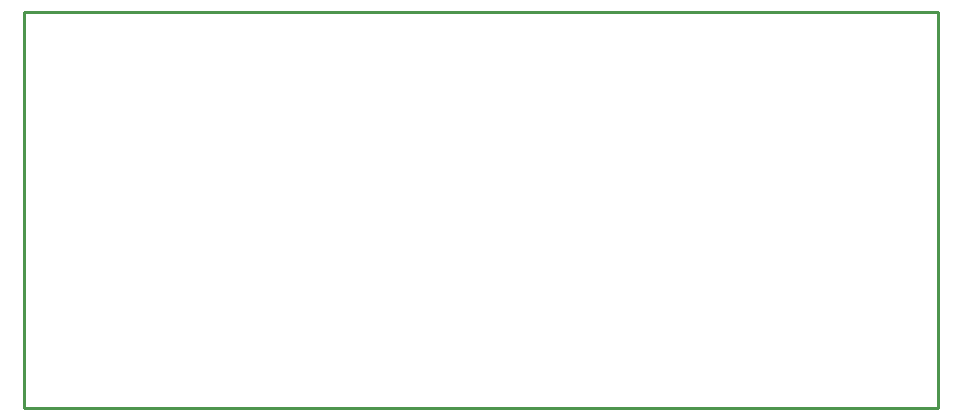
<source format=gko>
G04*
G04 #@! TF.GenerationSoftware,Altium Limited,Altium Designer,24.0.1 (36)*
G04*
G04 Layer_Color=16711935*
%FSLAX44Y44*%
%MOMM*%
G71*
G04*
G04 #@! TF.SameCoordinates,861917B8-4398-4D05-8FE2-F05A855006CB*
G04*
G04*
G04 #@! TF.FilePolarity,Positive*
G04*
G01*
G75*
%ADD13C,0.2540*%
D13*
X1300480Y770890D02*
X1300480Y435610D01*
X527050Y770890D02*
X527050Y435610D01*
X1300480D01*
X527050Y770890D02*
X1300480D01*
M02*

</source>
